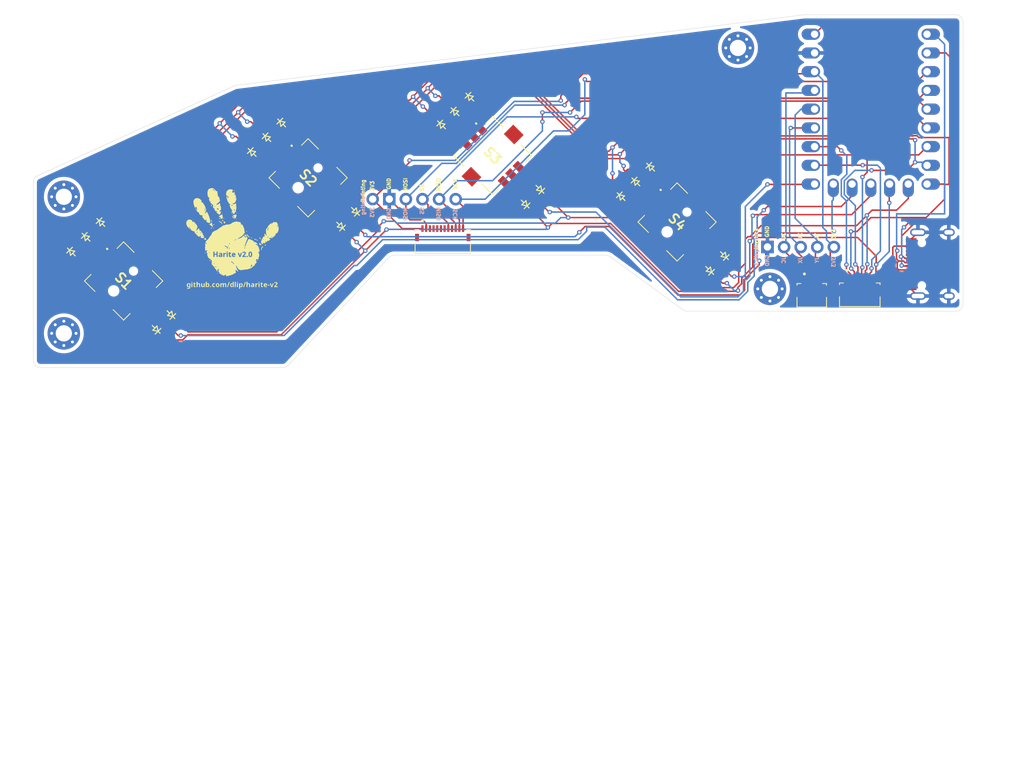
<source format=kicad_pcb>
(kicad_pcb (version 20240108) (generator "pcbnew") (generator_version "8.99")
  (layers (0 "F.Cu" signal) (31 "B.Cu" signal) (34 "B.Paste" user) (35 "F.Paste" user) (36 "B.SilkS" user "B.Silkscreen") (37 "F.SilkS" user "F.Silkscreen") (38 "B.Mask" user) (39 "F.Mask" user) (44 "Edge.Cuts" user))
  (net 0 "")
  (net 1 "Row 1")
  (net 2 "Net-(D1-A)")
  (net 3 "Net-(D2-A)")
  (net 4 "Row 2")
  (net 5 "Row 5")
  (net 6 "Net-(D3-A)")
  (net 7 "Row 4")
  (net 8 "Row 3")
  (net 9 "Net-(D7-A)")
  (net 10 "Net-(D8-A)")
  (net 11 "Net-(D11-A)")
  (net 12 "Net-(D12-A)")
  (net 13 "Net-(D13-A)")
  (net 14 "Net-(D17-A)")
  (net 15 "Net-(D18-A)")
  (net 17 "Col 1")
  (net 21 "Col 5")
  (net 22 "Col 3")
  (net 23 "Col 4")
  (net 24 "GP0")
  (net 25 "GP1")
  (net 26 "3V3")
  (net 27 "5V")
  (net 28 "Col 2")
  (net 29 "GND")
  (net 34 "JX")
  (net 35 "JY")
  (net 36 "JC")
  (net 37 "Col 6")
  (net 38 "MISO")
  (net 39 "MOSI")
  (net 40 "SCK")
  (net 41 "SS")
  (net 48 "Net-(D4-A)")
  (net 49 "Net-(D5-A)")
  (net 50 "Net-(D6-A)")
  (net 51 "Net-(D9-A)")
  (net 52 "Net-(D10-A)")
  (net 53 "Net-(D14-A)")
  (net 54 "Net-(D15-A)")
  (net 55 "Net-(D16-A)")
  (net 56 "Net-(D25-A)")
  (net 57 "Net-(D26-A)")
  (footprint "footprints:AMPHENOL_59453-051110ECHLF" (layer "F.Cu") (at 125 97.5)
    (property "Reference" "J2")
    (property "Value" "59453-051110ECHLF")
  )
  (footprint "ScottoKeebs_Components:Diode_SOD-123" (layer "F.Cu") (at 86.166726 85.666726 135)
    (property "Reference" "D15" (hide yes))
    (property "Value" "D")
  )
  (footprint "ScottoKeebs_Components:Diode_SOD-123" (layer "F.Cu") (at 61.166726 88.666726 135)
    (property "Reference" "D10" (hide yes))
    (property "Value" "D")
  )
  (footprint "ScottoKeebs_Components:Diode_SOD-123" (layer "F.Cu") (at 101.166726 82.666726 -45)
    (property "Reference" "D17" (hide yes))
    (property "Value" "D")
  )
  (footprint "footprints:SKRHADE010" (layer "F.Cu") (at 81.75 79.1 -45)
    (property "Reference" "S3")
    (property "Value" "SKRHADE010" (hide yes))
  )
  (footprint "ScottoKeebs_Components:Diode_SOD-123" (layer "F.Cu") (at 26.666726 90.166726 -45)
    (property "Reference" "D2" (hide yes))
    (property "Value" "D")
  )
  (footprint "ScottoKeebs_MCU:RP2040_Zero" (layer "F.Cu") (at 133 72.8)
    (property "Reference" "U1" (hide yes))
    (property "Value" "RP2040_Zero" (hide yes))
  )
  (footprint "ScottoKeebs_Components:Diode_SOD-123" (layer "F.Cu") (at 51.166726 76.666726 -45)
    (property "Reference" "D7" (hide yes))
    (property "Value" "D")
  )
  (footprint "ScottoKeebs_Components:Diode_SOD-123" (layer "F.Cu") (at 53.166726 74.666726 -45)
    (property "Reference" "D6" (hide yes))
    (property "Value" "D")
  )
  (footprint "ScottoKeebs_Components:Diode_SOD-123" (layer "F.Cu") (at 99.166726 84.666726 -45)
    (property "Reference" "D18" (hide yes))
    (property "Value" "D")
  )
  (footprint "ScottoKeebs_Components:Diode_SOD-123" (layer "F.Cu") (at 76.666726 73.166726 -45)
    (property "Reference" "D12" (hide yes))
    (property "Value" "D")
  )
  (footprint "ScottoKeebs_Components:Diode_SOD-123" (layer "F.Cu") (at 74.833274 74.933274 -45)
    (property "Reference" "D13" (hide yes))
    (property "Value" "D")
  )
  (footprint "footprints:AMPHENOL_59453-121110ECHLF" (layer "F.Cu") (at 75 90.2)
    (property "Reference" "J1")
    (property "Value" "59453-121110ECHLF")
  )
  (footprint "footprints:AMPHENOL_59453-081110EDHLF" (layer "F.Cu") (at 131.51 97.825)
    (property "Reference" "J5")
    (property "Value" "59453-081110EDHLF")
  )
  (footprint "ScottoKeebs_Components:Diode_SOD-123" (layer "F.Cu") (at 24.666726 92.166726 -45)
    (property "Reference" "D3" (hide yes))
    (property "Value" "D")
  )
  (footprint "ScottoKeebs_Components:Diode_SOD-123" (layer "F.Cu") (at 103.166726 80.666726 -45)
    (property "Reference" "D16" (hide yes))
    (property "Value" "D")
  )
  (footprint "ScottoKeebs_Components:Diode_SOD-123" (layer "F.Cu") (at 111.166726 94.666726 135)
    (property "Reference" "D26" (hide yes))
    (property "Value" "D")
  )
  (footprint "ScottoKeebs_Components:Diode_SOD-123" (layer "F.Cu") (at 28.666726 88.166726 -45)
    (property "Reference" "D1" (hide yes))
    (property "Value" "D")
  )
  (footprint "footprints:HRO-TYPE-C-31-M-12" (layer "F.Cu") (at 146.169314 93.82 90)
    (property "Reference" "USB1" (hide yes))
    (property "Value" "HRO-TYPE-C-31-M-12")
  )
  (footprint "footprints:logo-left" (layer "F.Cu") (at 46.5 90.5)
    (property "Reference" "G***" (hide yes))
    (property "Value" "LOGO" (hide yes))
  )
  (footprint "ScottoKeebs_Components:Diode_SOD-123" (layer "F.Cu") (at 63.166726 86.666726 135)
    (property "Reference" "D9" (hide yes))
    (property "Value" "D")
  )
  (footprint "footprints:MountingHole_2.2mm_M2_Pad_Via" (layer "F.Cu") (at 23.65 103.2)
    (property "Reference" "H1")
    (property "Value" "Mounting_Hole")
  )
  (footprint "footprints:MountingHole_2.2mm_M2_Pad_Via" (layer "F.Cu") (at 119.333274 97.166726)
    (property "Reference" "H3")
    (property "Value" "Mounting_Hole")
  )
  (footprint "ScottoKeebs_Components:Diode_SOD-123" (layer "F.Cu") (at 49.166726 78.666726 -45)
    (property "Reference" "D8" (hide yes))
    (property "Value" "D")
  )
  (footprint "ScottoKeebs_Components:Diode_SOD-123" (layer "F.Cu") (at 36.166726 102.666726 135)
    (property "Reference" "D5" (hide yes))
    (property "Value" "D")
  )
  (footprint "ScottoKeebs_Components:Diode_SOD-123" (layer "F.Cu") (at 38.166726 100.666726 135)
    (property "Reference" "D4" (hide yes))
    (property "Value" "D")
  )
  (footprint "footprints:MountingHole_2.2mm_M2_Pad_Via" (layer "F.Cu") (at 23.65 84.683274)
    (property "Reference" "H4")
    (property "Value" "Mounting_Hole")
  )
  (footprint "ScottoKeebs_Components:Diode_SOD-123" (layer "F.Cu") (at 78.666726 71.166726 -45)
    (property "Reference" "D11" (hide yes))
    (property "Value" "D")
  )
  (footprint "footprints:Pointing-connector" (layer "F.Cu") (at 71.5 85 90)
    (property "Reference" "J3" (hide yes))
    (property "Value" "Conn_01x06_Pin")
  )
  (footprint "footprints:SKRHADE010" (layer "F.Cu") (at 56.75 82.11 -45)
    (property "Reference" "S2")
    (property "Value" "SKRHADE010" (hide yes))
  )
  (footprint "ScottoKeebs_Components:Diode_SOD-123" (layer "F.Cu") (at 113.166726 92.666726 135)
    (property "Reference" "D25" (hide yes))
    (property "Value" "D")
  )
  (footprint "ScottoKeebs_Components:Diode_SOD-123" (layer "F.Cu") (at 88.166726 83.666726 135)
    (property "Reference" "D14" (hide yes))
    (property "Value" "D")
  )
  (footprint "footprints:MountingHole_2.2mm_M2_Pad_Via" (layer "F.Cu") (at 115 64.5)
    (property "Reference" "H2")
    (property "Value" "Mounting_Hole")
  )
  (footprint "footprints:SKRHADE010" (layer "F.Cu") (at 31.75 96.1 -45)
    (property "Reference" "S1")
    (property "Value" "SKRHADE010" (hide yes))
  )
  (footprint "footprints:Joystick-connector" (layer "F.Cu") (at 124.75 91.5 90)
    (property "Reference" "J4" (hide yes))
    (property "Value" "Conn_01x05_Pin")
  )
  (footprint "footprints:SKRHADE010" (layer "F.Cu") (at 106.75 88.1 -45)
    (property "Reference" "S4")
    (property "Value" "SKRHADE010" (hide yes))
  )
  (gr_line (start 68.434205 92.6) (end 97.094554 92.6) (stroke (width 0.05)) (layer "Edge.Cuts"))
  (gr_arc (start 46.750327 69.64463) (mid 46.896349 69.591185) (end 47.048891 69.561023) (stroke (width 0.05)) (layer "Edge.Cuts"))
  (gr_line (start 46.750327 69.64463) (end 20.083058 81.832542) (stroke (width 0.05)) (layer "Edge.Cuts"))
  (gr_arc (start 54.046452 107.532745) (mid 53.714076 107.767262) (end 53.315795 107.85) (stroke (width 0.05)) (layer "Edge.Cuts"))
  (gr_arc (start 67.703548 92.917255) (mid 68.035924 92.682738) (end 68.434205 92.6) (stroke (width 0.05)) (layer "Edge.Cuts"))
  (gr_arc (start 144.5 60) (mid 145.207107 60.292893) (end 145.5 61) (stroke (width 0.05)) (layer "Edge.Cuts"))
  (gr_line (start 145.5 99.2) (end 145.5 61.9) (stroke (width 0.05)) (layer "Edge.Cuts"))
  (gr_arc (start 145.5 99.2) (mid 145.207107 99.907107) (end 144.5 100.2) (stroke (width 0.05)) (layer "Edge.Cuts"))
  (gr_arc (start 108.126567 100.2) (mid 107.816134 100.150595) (end 107.536374 100.007262) (stroke (width 0.05)) (layer "Edge.Cuts"))
  (gr_line (start 19.5 82.741475) (end 19.5 106.85) (stroke (width 0.05)) (layer "Edge.Cuts"))
  (gr_arc (start 123.938586 60.007631) (mid 124.000118 60.00191) (end 124.061886 60) (stroke (width 0.05)) (layer "Edge.Cuts"))
  (gr_line (start 123.938586 60.007631) (end 47.048891 69.561023) (stroke (width 0.05)) (layer "Edge.Cuts"))
  (gr_line (start 54.046452 107.532745) (end 67.703548 92.917255) (stroke (width 0.05)) (layer "Edge.Cuts"))
  (gr_line (start 124.061886 60) (end 144.5 60) (stroke (width 0.05)) (layer "Edge.Cuts"))
  (gr_arc (start 20.5 107.85) (mid 19.792893 107.557107) (end 19.5 106.85) (stroke (width 0.05)) (layer "Edge.Cuts"))
  (gr_line (start 144.5 100.2) (end 108.126567 100.2) (stroke (width 0.05)) (layer "Edge.Cuts"))
  (gr_arc (start 19.5 82.741475) (mid 19.658302 82.201551) (end 20.083058 81.832542) (stroke (width 0.05)) (layer "Edge.Cuts"))
  (gr_line (start 20.5 107.85) (end 53.315795 107.85) (stroke (width 0.05)) (layer "Edge.Cuts"))
  (gr_arc (start 97.094554 92.6) (mid 97.47029 92.67327) (end 97.790965 92.882357) (stroke (width 0.05)) (layer "Edge.Cuts"))
  (gr_line (start 145.5 61.9) (end 145.5 61) (stroke (width 0.05)) (layer "Edge.Cuts"))
  (gr_line (start 97.790965 92.882357) (end 107.536374 100.007262) (stroke (width 0.05)) (layer "Edge.Cuts"))
  (segment (start 102 79.5) (end 95.934314 79.5) (width 0.2) (layer "F.Cu") (net 1))
  (segment (start 77.5 70) (end 76.946328 69.446328) (width 0.2) (layer "F.Cu") (net 1))
  (segment (start 76.9 69.446328) (end 74.303672 69.446328) (width 0.2) (layer "F.Cu") (net 1))
  (segment (start 131.86 94.263063) (end 131.76 94.363063) (width 0.2) (layer "F.Cu") (net 1))
  (segment (start 76.9 69.05) (end 76.9 69.446328) (width 0.2) (layer "F.Cu") (net 1))
  (segment (start 71.35 72.4) (end 50.9 72.4) (width 0.2) (layer "F.Cu") (net 1))
  (segment (start 77.1 68.85) (end 76.9 69.05) (width 0.2) (layer "F.Cu") (net 1))
  (segment (start 85.284314 68.85) (end 77.1 68.85) (width 0.2) (layer "F.Cu") (net 1))
  (segment (start 139.5 79) (end 140.62 77.88) (width 0.2) (layer "F.Cu") (net 1))
  (segment (start 132.5 79) (end 139.5 79) (width 0.2) (layer "F.Cu") (net 1))
  (segment (start 131.868626 82) (end 132.5 81.368626) (width 0.2) (layer "F.Cu") (net 1))
  (segment (start 40.948529 80.4) (end 48.94853 72.4) (width 0.2) (layer "F.Cu") (net 1))
  (segment (start 95.934314 79.5) (end 85.284314 68.85) (width 0.2) (layer "F.Cu") (net 1))
  (segment (start 48.94853 72.4) (end 50.9 72.4) (width 0.2) (layer "F.Cu") (net 1))
  (segment (start 27.5 87) (end 27.5 86.505024) (width 0.2) (layer "F.Cu") (net 1))
  (segment (start 102 79.5) (end 102.5 79) (width 0.2) (layer "F.Cu") (net 1))
  (segment (start 131.76 94.363063) (end 131.76 95.975) (width 0.2) (layer "F.Cu") (net 1))
  (segment (start 33.605024 80.4) (end 40.948529 80.4) (width 0.2) (layer "F.Cu") (net 1))
  (segment (start 76.946328 69.446328) (end 76.9 69.446328) (width 0.2) (layer "F.Cu") (net 1))
  (segment (start 102.5 79) (end 132.5 79) (width 0.2) (layer "F.Cu") (net 1))
  (segment (start 50.9 72.4) (end 52 73.5) (width 0.2) (layer "F.Cu") (net 1))
  (segment (start 74.303672 69.446328) (end 71.35 72.4) (width 0.2) (layer "F.Cu") (net 1))
  (segment (start 132.5 81.368626) (end 132.5 79) (width 0.2) (layer "F.Cu") (net 1))
  (segment (start 27.5 86.505024) (end 33.605024 80.4) (width 0.2) (layer "F.Cu") (net 1))
  (via (at 131.868626 82) (size 0.6) (drill 0.3) (layers "F.Cu" "B.Cu") (net 1))
  (via (at 131.86 94.263063) (size 0.6) (drill 0.3) (layers "F.Cu" "B.Cu") (net 1))
  (segment (start 131.868626 94.254437) (end 131.868626 82) (width 0.2) (layer "B.Cu") (net 1))
  (segment (start 131.86 94.263063) (end 131.868626 94.254437) (width 0.2) (layer "B.Cu") (net 1))
  (segment (start 30.22972 89.72972) (end 29.833452 89.333452) (width 0.2) (layer "F.Cu") (net 2))
  (segment (start 30.22972 92.564466) (end 30.22972 89.72972) (width 0.2) (layer "F.Cu") (net 2))
  (segment (start 29.222093 92.722093) (end 27.833452 91.333452) (width 0.2) (layer "F.Cu") (net 3))
  (segment (start 29.222093 93.572093) (end 29.222093 92.722093) (width 0.2) (layer "F.Cu") (net 3))
  (segment (start 74.5 71) (end 75.5 72) (width 0.2) (layer "F.Cu") (net 4))
  (segment (start 47.275 73.225) (end 40.5 80) (width 0.2) (layer "F.Cu") (net 4))
  (segment (start 33.439338 80) (end 25.5 87.939338) (width 0.2) (layer "F.Cu") (net 4))
  (segment (start 74 71) (end 74.5 71) (width 0.2) (layer "F.Cu") (net 4))
  (segment (start 131.26 94.195096) (end 131.26 95.975) (width 0.2) (layer "F.Cu") (net 4))
  (segment (start 70.95 72) (end 48.5 72) (width 0.2) (layer "F.Cu") (net 4))
  (segment (start 99 78.9) (end 101.07 76.83) (width 0.2) (layer "F.Cu") (net 4))
  (segment (start 48.5 74.5) (end 49 74.5) (width 0.2) (layer "F.Cu") (net 4))
  (segment (start 137.900652 81.099348) (end 139 80) (width 0.2) (layer "F.Cu") (net 4))
  (segment (start 85.45 68.45) (end 96 79) (width 0.2) (layer "F.Cu") (net 4))
  (segment (start 49 74.5) (end 50 75.5) (width 0.2) (layer "F.Cu") (net 4))
  (segment (start 142.08 80.42) (end 140.62 80.42) (width 0.2) (layer "F.Cu") (net 4))
  (segment (start 130.907452 93.842548) (end 131.26 94.195096) (width 0.2) (layer "F.Cu") (net 4))
  (segment (start 72.950735 69.999265) (end 70.95 72) (width 0.2) (layer "F.Cu") (net 4))
  (segment (start 96 79) (end 98.9 79) (width 0.2) (layer "F.Cu") (net 4))
  (segment (start 133.1 81.099348) (end 137.900652 81.099348) (width 0.2) (layer "F.Cu") (net 4))
  (segment (start 98.9 79) (end 99 78.9) (width 0.2) (layer "F.Cu") (net 4))
  (segment (start 138.83 76.83) (end 139 77) (width 0.2) (layer "F.Cu") (net 4))
  (segment (start 72.950735 69.950735) (end 74.45147 68.45) (width 0.2) (layer "F.Cu") (net 4))
  (segment (start 48.5 72) (end 47.275 73.225) (width 0.2) (layer "F.Cu") (net 4))
  (segment (start 40.5 80) (end 33.439338 80) (width 0.2) (layer "F.Cu") (net 4))
  (segment (start 74.45147 68.45) (end 85.45 68.45) (width 0.2) (layer "F.Cu") (net 4))
  (segment (start 72.950735 69.950735) (end 72.950735 69.999265) (width 0.2) (layer "F.Cu") (net 4))
  (segment (start 99.5 81) (end 100 81.5) (width 0.2) (layer "F.Cu") (net 4))
  (segment (start 25.5 87.939338) (end 25.5 89) (width 0.2) (layer "F.Cu") (net 4))
  (segment (start 99.5 80.5) (end 99.5 81) (width 0.2) (layer "F.Cu") (net 4))
  (segment (start 101.07 76.83) (end 138.83 76.83) (width 0.2) (layer "F.Cu") (net 4))
  (via (at 72.950735 69.950735) (size 0.6) (drill 0.3) (layers "F.Cu" "B.Cu") (net 4))
  (via (at 99 78.9) (size 0.6) (drill 0.3) (layers "F.Cu" "B.Cu") (net 4))
  (via (at 47.275 73.225) (size 0.6) (drill 0.3) (layers "F.Cu" "B.Cu") (net 4))
  (via (at 48.5 74.5) (size 0.6) (drill 0.3) (layers "F.Cu" "B.Cu") (net 4))
  (via (at 130.907452 93.842548) (size 0.6) (drill 0.3) (layers "F.Cu" "B.Cu") (net 4))
  (via (at 139 80) (size 0.6) (drill 0.3) (layers "F.Cu" "B.Cu") (net 4))
  (via (at 74 71) (size 0.6) (drill 0.3) (layers "F.Cu" "B.Cu") (net 4))
  (via (at 133.1 81.099348) (size 0.6) (drill 0.3) (layers "F.Cu" "B.Cu") (net 4))
  (via (at 139 77) (size 0.6) (drill 0.3) (layers "F.Cu" "B.Cu") (net 4))
  (via (at 99.5 80.5) (size 0.6) (drill 0.3) (layers "F.Cu" "B.Cu") (net 4))
  (segment (start 130.907452 93.842548) (end 130.907452 85.892376) (width 0.2) (layer "B.Cu") (net 4))
  (segment (start 99 80) (end 99.5 80.5) (width 0.2) (layer "B.Cu") (net 4))
  (segment (start 47.275 73.275) (end 48.5 74.5) (width 0.2) (layer "B.Cu") (net 4))
  (segment (start 72.950735 69.950735) (end 74 71) (width 0.2) (layer "B.Cu") (net 4))
  (segment (start 130.907452 85.892376) (end 129.41 84.394924) (width 0.2) (layer "B.Cu") (net 4))
  (segment (start 99 78.9) (end 99 80) (width 0.2) (layer "B.Cu") (net 4))
  (segment (start 130.835728 81.099348) (end 133.1 81.099348) (width 0.2) (layer "B.Cu") (net 4))
  (segment (start 129.41 84.394924) (end 129.41 82.525076) (width 0.2) (layer "B.Cu") (net 4))
  (segment (start 139 80) (end 140.2 80) (width 0.2) (layer "B.Cu") (net 4))
  (segment (start 139 77) (end 139 80) (width 0.2) (layer "B.Cu") (net 4))
  (segment (start 140.2 80) (end 140.62 80.42) (width 0.2) (layer "B.Cu") (net 4))
  (segment (start 47.275 73.225) (end 47.275 73.275) (width 0.2) (layer "B.Cu") (net 4))
  (segment (start 129.41 82.525076) (end 130.835728 81.099348) (width 0.2) (layer "B.Cu") (net 4))
  (segment (start 135.5 83) (end 135.54 82.96) (width 0.2) (layer "F.Cu") (net 5))
  (segment (start 39.748529 104.1) (end 40.448529 103.4) (width 0.2) (layer "F.Cu") (net 5))
  (segment (start 135.5 85.5) (end 135.5 83) (width 0.2) (layer "F.Cu") (net 5))
  (segment (start 37.333452 103.833452) (end 37.6 104.1) (width 0.2) (layer "F.Cu") (net 5))
  (segment (start 133.731032 92.731032) (end 131.2 90.2) (width 0.2) (layer "F.Cu") (net 5))
  (segment (start 89.25 88.85) (end 88.6 88.2) (width 0.2) (layer "F.Cu") (net 5))
  (segment (start 114.9 97.5) (end 115 97.4) (width 0.2) (layer "F.Cu") (net 5))
  (segment (start 117.2 90.937418) (end 117 91.137418) (width 0.2) (layer "F.Cu") (net 5))
  (segment (start 88.6 88.1) (end 87.333452 86.833452) (width 0.2) (layer "F.Cu") (net 5))
  (segment (start 131.2 90.2) (end 117.654575 90.2) (width 0.2) (layer "F.Cu") (net 5))
  (segment (start 133.7 95.25) (end 133.26 95.69) (width 0.2) (layer "F.Cu") (net 5))
  (segment (start 89.8 88.3) (end 97.734315 88.3) (width 0.2) (layer "F.Cu") (net 5))
  (segment (start 133.731032 93.873919) (end 133.7 93.904951) (width 0.2) (layer "F.Cu") (net 5))
  (segment (start 115.5 96.465685) (end 115 96.965686) (width 0.2) (layer "F.Cu") (net 5))
  (segment (start 67.375 89.125) (end 64.5 92) (width 0.2) (layer "F.Cu") (net 5))
  (segment (start 117.654575 90.2) (end 117.2 90.654575) (width 0.2) (layer "F.Cu") (net 5))
  (segment (start 89.25 88.85) (end 89.8 88.3) (width 0.2) (layer "F.Cu") (net 5))
  (segment (start 63.325735 90.825735) (end 62.333452 89.833452) (width 0.2) (layer "F.Cu") (net 5))
  (segment (start 117.2 90.654575) (end 117.2 90.937418) (width 0.2) (layer "F.Cu") (net 5))
  (segment (start 106.934314 97.5) (end 114.9 97.5) (width 0.2) (layer "F.Cu") (net 5))
  (segment (start 112.9 96.4) (end 112.333452 95.833452) (width 0.2) (layer "F.Cu") (net 5))
  (segment (start 40.448529 103.4) (end 53.1 103.4) (width 0.2) (layer "F.Cu") (net 5))
  (segment (start 117 94.215967) (end 115.5 95.715967) (width 0.2) (layer "F.Cu") (net 5))
  (segment (start 117 91.137418) (end 117 94.215967) (width 0.2) (layer "F.Cu") (net 5))
  (segment (start 133.26 95.69) (end 133.26 95.975) (width 0.2) (layer "F.Cu") (net 5))
  (segment (start 88.6 88.2) (end 88.6 88.1) (width 0.2) (layer "F.Cu") (net 5))
  (segment (start 133.7 93.904951) (end 133.7 95.25) (width 0.2) (layer "F.Cu") (net 5))
  (segment (start 113.5 96.4) (end 112.9 96.4) (width 0.2) (layer "F.Cu") (net 5))
  (segment (start 97.734315 88.3) (end 106.934314 97.5) (width 0.2) (layer "F.Cu") (net 5))
  (segment (start 133.731032 93.873919) (end 133.731032 92.731032) (width 0.2) (layer "F.Cu") (net 5))
  (segment (start 53.1 103.4) (end 64.5 92) (width 0.2) (layer "F.Cu") (net 5))
  (segment (start 115 96.965686) (end 115 97.4) (width 0.2) (layer "F.Cu") (net 5))
  (segment (start 37.6 104.1) (end 39.748529 104.1) (width 0.2) (layer "F.Cu") (net 5))
  (segment (start 115.5 95.715967) (end 115.5 96.465685) (width 0.2) (layer "F.Cu") (net 5))
  (via (at 67.375 89.125) (size 0.6) (drill 0.3) (layers "F.Cu" "B.Cu") (net 5))
  (via (at 89.25 88.85) (size 0.6) (drill 0.3) (layers "F.Cu" "B.Cu") (net 5))
  (via (at 133.731032 93.873919) (size 0.6) (drill 0.3) (layers "F.Cu" "B.Cu") (net 5))
  (via (at 113.5 96.4) (size 0.6) (drill 0.3) (layers "F.Cu" "B.Cu") (net 5))
  (via (at 63.325735 90.825735) (size 0.6) (drill 0.3) (layers "F.Cu" "B.Cu") (net 5))
  (via (at 64.5 92) (size 0.6) (drill 0.3) (layers "F.Cu" "B.Cu") (net 5))
  (via (at 135.5 85.5) (size 0.6) (drill 0.3) (layers "F.Cu" "B.Cu") (net 5))
  (via (at 115 97.4) (size 0.6) (drill 0.3) (layers "F.Cu" "B.Cu") (net 5))
  (segment (start 114.5 97.4) (end 113.5 96.4) (width 0.2) (layer "B.Cu") (net 5))
  (segment (start 89 89.1) (end 89.25 88.85) (width 0.2) (layer "B.Cu") (net 5))
  (segment (start 67.4 89.1) (end 89 89.1) (width 0.2) (layer "B.Cu") (net 5))
  (segment (start 67.375 89.125) (end 67.4 89.1) (width 0.2) (layer "B.Cu") (net 5))
  (segment (start 135.5 92.104951) (end 135.5 85.5) (width 0.2) (layer "B.Cu") (net 5))
  (segment (start 115 97.4) (end 114.5 97.4) (width 0.2) (layer "B.Cu") (net 5))
  (segment (start 133.731032 93.873919) (end 135.5 92.104951) (width 0.2) (layer "B.Cu") (net 5))
  (segment (start 64.5 92) (end 63.325735 90.825735) (width 0.2) (layer "B.Cu") (net 5))
  (segment (start 27.07972 94.57972) (end 25.833452 93.333452) (width 0.2) (layer "F.Cu") (net 6))
  (segment (start 28.214466 94.57972) (end 27.07972 94.57972) (width 0.2) (layer "F.Cu") (net 6))
  (segment (start 133.167156 86.5) (end 136.5 86.5) (width 0.2) (layer "F.Cu") (net 7))
  (segment (start 132.46 94.511592) (end 132.26 94.711592) (width 0.2) (layer "F.Cu") (net 7))
  (segment (start 40.5 103) (end 52.5 103) (width 0.2) (layer "F.Cu") (net 7))
  (segment (start 132.531032 93.827493) (end 132.46 93.898525) (width 0.2) (layer "F.Cu") (net 7))
  (segment (start 92 87.5) (end 97.5 87.5) (width 0.2) (layer "F.Cu") (net 7))
  (segment (start 132.46 93.898525) (end 132.46 94.511592) (width 0.2) (layer "F.Cu") (net 7))
  (segment (start 107 97) (end 114.4 97) (width 0.2) (layer "F.Cu") (net 7))
  (segment (start 136.5 86.5) (end 138.08 84.92) (width 0.2) (layer "F.Cu") (net 7))
  (segment (start 97.5 87.5) (end 107 97) (width 0.2) (layer "F.Cu") (net 7))
  (segment (start 66 89.5) (end 66 89) (width 0.2) (layer "F.Cu") (net 7))
  (segment (start 116 90.44036) (end 116 93.7) (width 0.2) (layer "F.Cu") (net 7))
  (segment (start 89.333452 84.833452) (end 92 87.5) (width 0.2) (layer "F.Cu") (net 7))
  (segment (start 131.067156 88.6) (end 118.123203 88.6) (width 0.2) (layer "F.Cu") (net 7))
  (segment (start 132.467766 87.19939) (end 131.067156 88.6) (width 0.2) (layer "F.Cu") (net 7))
  (segment (start 116 93.7) (end 115.1 94.6) (width 0.2) (layer "F.Cu") (net 7))
  (segment (start 115.1 96.3) (end 115.1 94.6) (width 0.2) (layer "F.Cu") (net 7))
  (segment (start 115.1 94.6) (end 114.333452 93.833452) (width 0.2) (layer "F.Cu") (net 7))
  (segment (start 52.5 103) (end 66 89.5) (width 0.2) (layer "F.Cu") (net 7))
  (segment (start 116.351471 90.088889) (end 116 90.44036) (width 0.2) (layer "F.Cu") (net 7))
  (segment (start 132.467766 87.19939) (end 133.167156 86.5) (width 0.2) (layer "F.Cu") (net 7))
  (segment (start 65.5 89) (end 64.333452 87.833452) (width 0.2) (layer "F.Cu") (net 7))
  (segment (start 66 89) (end 67 88) (width 0.2) (layer "F.Cu") (net 7))
  (segment (start 138.08 84.92) (end 138.08 82.96) (width 0.2) (layer "F.Cu") (net 7))
  (segment (start 114.4 97) (end 115.1 96.3) (width 0.2) (layer "F.Cu") (net 7))
  (segment (start 118.123203 88.6) (end 116.634314 90.088889) (width 0.2) (layer "F.Cu") (net 7))
  (segment (start 39.333452 101.833452) (end 40.5 103) (width 0.2) (layer "F.Cu") (net 7))
  (segment (start 116.634314 90.088889) (end 116.351471 90.088889) (width 0.2) (layer "F.Cu") (net 7))
  (segment (start 132.26 94.711592) (end 132.26 95.975) (width 0.2) (layer "F.Cu") (net 7))
  (segment (start 66 89) (end 65.5 89) (width 0.2) (layer "F.Cu") (net 7))
  (via (at 132.531032 93.827493) (size 0.6) (drill 0.3) (layers "F.Cu" "B.Cu") (net 7))
  (via (at 92 87.5) (size 0.6) (drill 0.3) (layers "F.Cu" "B.Cu") (net 7))
  (via (at 67 88) (size 0.6) (drill 0.3) (layers "F.Cu" "B.Cu") (net 7))
  (via (at 132.467766 87.19939) (size 0.6) (drill 0.3) (layers "F.Cu" "B.Cu") (net 7))
  (segment (start 132.5 87.231624) (end 132.5 93.796461) (width 0.2) (layer "B.Cu") (net 7))
  (segment (start 132.5 93.796461) (end 132.531032 93.827493) (width 0.2) (layer "B.Cu") (net 7))
  (segment (start 92 87.5) (end 91 87.5) (width 0.2) (layer "B.Cu") (net 7))
  (segment (start 91 87.5) (end 90.25 88.25) (width 0.2) (layer "B.Cu") (net 7))
  (segment (start 90.25 88.25) (end 68.75 88.25) (width 0.2) (layer "B.Cu") (net 7))
  (segment (start 68.5 88) (end 67 88) (width 0.2) (layer "B.Cu") (net 7))
  (segment (start 68.75 88.25) (end 68.5 88) (width 0.2) (layer "B.Cu") (net 7))
  (segment (start 132.467766 87.19939) (end 132.5 87.231624) (width 0.2) (layer "B.Cu") (net 7))
  (segment (start 74.002941 68.05) (end 85.615686 68.05) (width 0.2) (layer "F.Cu") (net 8))
  (segment (start 143 85) (end 143 83) (width 0.2) (layer "F.Cu") (net 8))
  (segment (start 85.615686 68.05) (end 96.065686 78.5) (width 0.2) (layer "F.Cu") (net 8))
  (segment (start 72.3 72.45) (end 72.35 72.45) (width 0.2) (layer "F.Cu") (net 8))
  (segment (start 130.76 94.82647) (end 130.76 95.975) (width 0.2) (layer "F.Cu") (net 8))
  (segment (start 46.5 76.5) (end 47 76.5) (width 0.2) (layer "F.Cu") (net 8))
  (segment (start 98 81.5) (end 98 83.5) (width 0.2) (layer "F.Cu") (net 8))
  (segment (start 139.248529 76.4) (end 139.498529 76.65) (width 0.2) (layer "F.Cu") (net 8))
  (segment (start 143.5 83) (end 143 83) (width 0.2) (layer "F.Cu") (net 8))
  (segment (start 131.124312 89.391374) (end 133.015686 87.5) (width 0.2) (layer "F.Cu") (net 8))
  (segment (start 72.35 72.45) (end 73.666548 73.766548) (width 0.2) (layer "F.Cu") (net 8))
  (segment (start 70.50147 71.6) (end 47.9 71.6) (width 0.2) (layer "F.Cu") (net 8))
  (segment (start 98 78) (end 99.57 76.43) (width 0.2) (layer "F.Cu") (net 8))
  (segment (start 143 83) (end 142.96 82.96) (width 0.2) (layer "F.Cu") (net 8))
  (segment (start 39.95 79.6) (end 33.273653 79.6) (width 0.2) (layer "F.Cu") (net 8))
  (segment (start 47.9 71.6) (end 44.775 74.725) (width 0.2) (layer "F.Cu") (net 8))
  (segment (start 130.341765 94.408235) (end 130.76 94.82647) (width 0.2) (layer "F.Cu") (net 8))
  (segment (start 44.775 74.775) (end 39.95 79.6) (width 0.2) (layer "F.Cu") (net 8))
  (segment (start 143.6 82.9) (end 143.5 83) (width 0.2) (layer "F.Cu") (net 8))
  (segment (start 70.975735 71.077206) (end 74.002941 68.05) (width 0.2) (layer "F.Cu") (net 8))
  (segment (start 97.5 78.5) (end 98 78) (width 0.2) (layer "F.Cu") (net 8))
  (segment (start 70.975735 71.125735) (end 70.50147 71.6) (width 0.2) (layer "F.Cu") (net 8))
  (segment (start 47 76.5) (end 48 77.5) (width 0.2) (layer "F.Cu") (net 8))
  (segment (start 143.6 76.65) (end 143.6 82.9) (width 0.2) (layer "F.Cu") (net 8))
  (segment (start 33.273653 79.6) (end 23.5 89.373652) (width 0.2) (layer "F.Cu") (net 8))
  (segment (start 96.065686 78.5) (end 97.5 78.5) (width 0.2) (layer "F.Cu") (net 8))
  (segment (start 70.975735 71.125735) (end 70.975735 71.077206) (width 0.2) (layer "F.Cu") (net 8))
  (segment (start 142.96 82.96) (end 140.62 82.96) (width 0.2) (layer "F.Cu") (net 8))
  (segment (start 133.015686 87.5) (end 140.5 87.5) (width 0.2) (layer "F.Cu") (net 8))
  (segment (start 23.5 89.373652) (end 23.5 91) (width 0.2) (layer "F.Cu") (net 8))
  (segment (start 138.751471 76.4) (end 139.248529 76.4) (width 0.2) (layer "F.Cu") (net 8))
  (segment (start 130.3 89.391374) (end 131.124312 89.391374) (width 0.2) (layer "F.Cu") (net 8))
  (segment (start 140.5 87.5) (end 143 85) (width 0.2) (layer "F.Cu") (net 8))
  (segment (start 44.775 74.725) (end 44.775 74.775) (width 0.2) (layer "F.Cu") (net 8))
  (segment (start 139.498529 76.65) (end 143.6 76.65) (width 0.2) (layer "F.Cu") (net 8))
  (segment (start 138.721471 76.43) (end 138.751471 76.4) (width 0.2) (layer "F.Cu") (net 8))
  (segment (start 99.57 76.43) (end 138.721471 76.43) (width 0.2) (layer "F.Cu") (net 8))
  (via (at 44.775 74.725) (size 0.6) (drill 0.3) (layers "F.Cu" "B.Cu") (net 8))
  (via (at 130.341765 94.408235) (size 0.6) (drill 0.3) (layers "F.Cu" "B.Cu") (net 8))
  (via (at 130.3 89.391374) (size 0.6) (drill 0.3) (layers "F.Cu" "B.Cu") (net 8))
  (via (at 46.5 76.5) (size 0.6) (drill 0.3) (layers "F.Cu" "B.Cu") (net 8))
  (via (at 98 81.5) (size 0.6) (drill 0.3) (layers "F.Cu" "B.Cu") (net 8))
  (via (at 70.975735 71.125735) (size 0.6) (drill 0.3) (layers "F.Cu" "B.Cu") (net 8))
  (via (at 72.3 72.45) (size 0.6) (drill 0.3) (layers "F.Cu" "B.Cu") (net 8))
  (via (at 98 78) (size 0.6) (drill 0.3) (layers "F.Cu" "B.Cu") (net 8))
  (segment (start 70.975735 71.125735) (end 72.3 72.45) (width 0.2) (layer "B.Cu") (net 8))
  (segment (start 130.3 89.391374) (end 130.3 94.36647) (width 0.2) (layer "B.Cu") (net 8))
  (segment (start 44.775 74.775) (end 46.5 76.5) (width 0.2) (layer "B.Cu") (net 8))
  (segment (start 130.3 94.36647) (end 130.341765 94.408235) (width 0.2) (layer "B.Cu") (net 8))
  (segment (start 98 78) (end 98 81.5) (width 0.2) (layer "B.Cu") (net 8))
  (segment (start 44.775 74.725) (end 44.775 74.775) (width 0.2) (layer "B.Cu") (net 8))
  (segment (start 52.473452 77.833452) (end 52.333452 77.833452) (width 0.2) (layer "F.Cu") (net 9))
  (segment (start 54.222093 79.582093) (end 52.473452 77.833452) (width 0.2) (layer "F.Cu") (net 9))
  (segment (start 53.214466 80.58972) (end 51.08972 80.58972) (width 0.2) (layer "F.Cu") (net 10))
  (segment (start 51.08972 80.58972) (end 50.333452 79.833452) (width 0.2) (layer "F.Cu") (net 10))
  (segment (start 80.22972 75.564466) (end 80.22972 72.72972) (width 0.2) (layer "F.Cu") (net 11))
  (segment (start 80.22972 72.72972) (end 79.833452 72.333452) (width 0.2) (layer "F.Cu") (net 11))
  (segment (start 79.222093 75.722093) (end 77.833452 74.333452) (width 0.2) (layer "F.Cu") (net 12))
  (segment (start 79.222093 76.572093) (end 79.222093 75.722093) (width 0.2) (layer "F.Cu") (net 12))
  (segment (start 78.214466 77.57972) (end 77.47972 77.57972) (width 0.2) (layer "F.Cu") (net 13))
  (segment (start 77.47972 77.57972) (end 76 76.1) (width 0.2) (layer "F.Cu") (net 13))
  (segment (start 104.222093 85.572093) (end 102.483452 83.833452) (width 0.2) (layer "F.Cu") (net 14))
  (segment (start 102.483452 83.833452) (end 102.333452 83.833452) (width 0.2) (layer "F.Cu") (net 14))
  (segment (start 101.07972 86.57972) (end 100.333452 85.833452) (width 0.2) (layer "F.Cu") (net 15))
  (segment (start 103.214466 86.57972) (end 101.07972 86.57972) (width 0.2) (layer "F.Cu") (net 15))
  (segment (start 133 84.5) (end 133 82.96) (width 0.2) (layer "F.Cu") (net 17))
  (segment (start 39.15 103.5) (end 39.5 103.5) (width 0.2) (layer "F.Cu") (net 17))
  (segment (start 117.172393 87.1) (end 130.4 87.1) (width 0.2) (layer "F.Cu") (net 17))
  (segment (start 117.017914 87.254479) (end 117.172393 87.1) (width 0.2) (layer "F.Cu") (net 17))
  (segment (start 34.277907 98.627907) (end 39.15 103.5) (width 0.2) (layer "F.Cu") (net 17))
  (segment (start 130.4 87.1) (end 133 84.5) (width 0.2) (layer "F.Cu") (net 17))
  (via (at 39.5 103.5) (size 0.6) (drill 0.3) (layers "F.Cu" "B.Cu") (net 17))
  (via (at 117.017914 87.254479) (size 0.6) (drill 0.3) (layers "F.Cu" "B.Cu") (net 17))
  (segment (start 66.85 90.5) (end 63.35 94) (width 0.2) (layer "B.Cu") (net 17))
  (segment (start 53.5 103.5) (end 39.5 103.5) (width 0.2) (layer "B.Cu") (net 17))
  (segment (start 116.331371 97.482844) (end 115.164215 98.65) (width 0.2) (layer "B.Cu") (net 17))
  (segment (start 117.2 90.44036) (end 117.2 95.43137) (width 0.2) (layer "B.Cu") (net 17))
  (segment (start 117.2 95.43137) (end 116.331371 96.3) (width 0.2) (layer "B.Cu") (net 17))
  (segment (start 115.164215 98.65) (end 106.8148 98.65) (width 0.2) (layer "B.Cu") (net 17))
  (segment (start 117.017914 87.254479) (end 116.9 87.372393) (width 0.2) (layer "B.Cu") (net 17))
  (segment (start 94.5 89.348529) (end 93.348529 90.5) (width 0.2) (layer "B.Cu") (net 17))
  (segment (start 93.348529 90.5) (end 66.85 90.5) (width 0.2) (layer "B.Cu") (net 17))
  (segment (start 106.8148 98.65) (end 96.961856 88.797056) (width 0.2) (layer "B.Cu") (net 17))
  (segment (start 94.5 88.797056) (end 94.5 89.348529) (width 0.2) (layer "B.Cu") (net 17))
  (segment (start 63.35 94) (end 63 94) (width 0.2) (layer "B.Cu") (net 17))
  (segment (start 116.331371 96.3) (end 116.331371 97.482844) (width 0.2) (layer "B.Cu") (net 17))
  (segment (start 96.961856 88.797056) (end 94.5 88.797056) (width 0.2) (layer "B.Cu") (net 17))
  (segment (start 116.9 90.14036) (end 117.2 90.44036) (width 0.2) (layer "B.Cu") (net 17))
  (segment (start 63 94) (end 53.5 103.5) (width 0.2) (layer "B.Cu") (net 17))
  (segment (start 116.9 87.372393) (end 116.9 90.14036) (width 0.2) (layer "B.Cu") (net 17))
  (segment (start 133.097637 94.852363) (end 132.76 95.19) (width 0.2) (layer "F.Cu") (net 21))
  (segment (start 131.9 80.4) (end 125.4 80.4) (width 0.2) (layer "F.Cu") (net 21))
  (segment (start 125.4 80.4) (end 125.38 80.42) (width 0.2) (layer "F.Cu") (net 21))
  (segment (start 133.097637 94.392262) (end 133.097637 94.852363) (width 0.2) (layer "F.Cu") (net 21))
  (segment (start 132.76 95.19) (end 132.76 95.975) (width 0.2) (layer "F.Cu") (net 21))
  (via (at 133.097637 94.392262) (size 0.6) (drill 0.3) (layers "F.Cu" "B.Cu") (net 21))
  (via (at 131.9 80.4) (size 0.6) (drill 0.3) (layers "F.Cu" "B.Cu") (net 21))
  (segment (start 125.46 80.5) (end 125.38 80.42) (width 0.2) (layer "B.Cu") (net 21))
  (segment (start 133.9 80.4) (end 131.9 80.4) (width 0.2) (layer "B.Cu") (net 21))
  (segment (start 133.097637 94.109417) (end 133.131032 94.076022) (width 0.2) (layer "B.Cu") (net 21))
  (segment (start 133.131032 94.076022) (end 133.131032 93.218968) (width 0.2) (layer "B.Cu") (net 21))
  (segment (start 134.3 80.8) (end 133.9 80.4) (width 0.2) (layer "B.Cu") (net 21))
  (segment (start 133.131032 93.218968) (end 134.3 92.05) (width 0.2) (layer "B.Cu") (net 21))
  (segment (start 134.3 92.05) (end 134.3 80.8) (width 0.2) (layer "B.Cu") (net 21))
  (segment (start 133.097637 94.392262) (end 133.097637 94.109417) (width 0.2) (layer "B.Cu") (net 21))
  (segment (start 131.95 80.45) (end 131.9 80.4) (width 0.2) (layer "B.Cu") (net 21))
  (segment (start 128 89.35) (end 127.75 89.6) (width 0.2) (layer "F.Cu") (net 22))
  (segment (start 89.4 86.75) (end 84.277907 81.627907) (width 0.2) (layer "F.Cu") (net 22))
  (segment (start 89.5 86.75) (end 89.4 86.75) (width 0.2) (layer "F.Cu") (net 22))
  (segment (start 117.688889 89.6) (end 116.6 90.688889) (width 0.2) (layer "F.Cu") (net 22))
  (segment (start 127.75 89.6) (end 117.688889 89.6) (width 0.2) (layer "F.Cu") (net 22))
  (via (at 128 89.35) (size 0.6) (drill 0.3) (layers "F.Cu" "B.Cu") (net 22))
  (via (at 89.5 86.75) (size 0.6) (drill 0.3) (layers "F.Cu" "B.Cu") (net 22))
  (via (at 116.6 90.688889) (size 0.6) (drill 0.3) (layers "F.Cu" "B.Cu") (net 22))
  (segment (start 127.75 89.1) (end 127.75 85.25) (width 0.2) (layer "B.Cu") (net 22))
  (segment (start 115.75 97.498529) (end 115.75 95.9) (width 0.2) (layer "B.Cu") (net 22))
  (segment (start 116.165685 95.9) (end 116.6 95.465685) (width 0.2) (layer "B.Cu") (net 22))
  (segment (start 114.998529 98.25) (end 115.75 97.498529) (width 0.2) (layer "B.Cu") (net 22))
  (segment (start 116.6 95.465685) (end 116.6 90.688889) (width 0.2) (layer "B.Cu") (net 22))
  (segment (start 89.5 86.75) (end 95.75 86.75) (width 0.2) (layer "B.Cu") (net 22))
  (segment (start 127.75 85.25) (end 127.92 85.08) (width 0.2) (layer "B.Cu") (net 22))
  (segment (start 128 89.35) (end 127.75 89.1) (width 0.2) (layer "B.Cu") (net 22))
  (segment (start 107.25 98.25) (end 114.998529 98.25) (width 0.2) (layer "B.Cu") (net 22))
  (segment (start 127.92 85.08) (end 127.92 82.96) (width 0.2) (layer "B.Cu") (net 22))
  (segment (start 95.75 86.75) (end 107.25 98.25) (width 0.2) (layer "B.Cu") (net 22))
  (segment (start 115.75 95.9) (end 116.165685 95.9) (width 0.2) (layer "B.Cu") (net 22))
  (segment (start 114.15 95.5) (end 114.5 95.5) (width 0.2) (layer "F.Cu") (net 23))
  (segment (start 125.34 83) (end 125.38 82.96) (width 0.2) (layer "F.Cu") (net 23))
  (segment (start 119 83) (end 125.34 83) (width 0.2) (layer "F.Cu") (net 23))
  (segment (start 109.277907 90.627907) (end 114.15 95.5) (width 0.2) (layer "F.Cu") (net 23))
  (via (at 119 83) (size 0.6) (drill 0.3) (layers "F.Cu" "B.Cu") (net 23))
  (via (at 114.5 95.5) (size 0.6) (drill 0.3) (layers "F.Cu" "B.Cu") (net 23))
  (segment (start 114.5 95.5) (end 116 95.5) (width 0.2) (layer "B.Cu") (net 23))
  (segment (start 116 86) (end 119 83) (width 0.2) (layer "B.Cu") (net 23))
  (segment (start 116 95.5) (end 116 86) (width 0.2) (layer "B.Cu") (net 23))
  (segment (start 137.432843 93.4) (end 136.784314 93.4) (width 0.2) (layer "F.Cu") (net 24))
  (segment (start 138.444314 94.6) (end 138.474314 94.57) (width 0.2) (layer "F.Cu") (net 24))
  (segment (start 138.474314 93.57) (end 138.524314 93.62) (width 0.2) (layer "F.Cu") (net 24))
  (segment (start 136.784314 94.6) (end 138.444314 94.6) (width 0.2) (layer "F.Cu") (net 24))
  (segment (start 136.584314 94.4) (end 136.784314 94.6) (width 0.2) (layer "F.Cu") (net 24))
  (segment (start 136.784314 93.4) (end 136.584314 93.6) (width 0.2) (layer "F.Cu") (net 24))
  (segment (start 136.485462 92.098849) (end 136.584311 92) (width 0.2) (layer "F.Cu") (net 24))
  (segment (start 136.485462 93.101148) (end 136.485462 92.098849) (width 0.2) (layer "F.Cu") (net 24))
  (segment (start 136.584314 93.6) (end 136.584314 94.4) (width 0.2) (layer "F.Cu") (net 24))
  (segment (start 136.784314 93.4) (end 136.485462 93.101148) (width 0.2) (layer "F.Cu") (net 24))
  (segment (start 138.524314 93.62) (end 137.652843 93.62) (width 0.2) (layer "F.Cu") (net 24))
  (segment (start 137.652843 93.62) (end 137.432843 93.4) (width 0.2) (layer "F.Cu") (net 24))
  (via (at 136.584311 92) (size 0.6) (drill 0.3) (layers "F.Cu" "B.Cu") (net 24))
  (segment (start 141.64 62.64) (end 140.62 62.64) (width 0.2) (layer "B.Cu") (net 24))
  (segment (start 143 87) (end 143 64) (width 0.2) (layer "B.Cu") (net 24))
  (segment (start 136.5 87) (end 143 87) (width 0.2) (layer "B.Cu") (net 24))
  (segment (start 136.384311 92) (end 136.5 91.884311) (width 0.2) (layer "B.Cu") (net 24))
  (segment (start 136.5 91.884311) (end 136.5 87) (width 0.2) (layer "B.Cu") (net 24))
  (segment (start 143 64) (end 141.64 62.64) (width 0.2) (layer "B.Cu") (net 24))
  (segment (start 143.18 65.18) (end 140.62 65.18) (width 0.2) (layer "F.Cu") (net 25))
  (segment (start 144 87) (end 144 66) (width 0.2) (layer "F.Cu") (net 25))
  (segment (start 138.474314 94.07) (end 137.254314 94.07) (width 0.2) (layer "F.Cu") (net 25))
  (segment (start 138.325735 88) (end 143 88) (width 0.2) (layer "F.Cu") (net 25))
  (segment (start 137.618529 93.02) (end 138.424314 93.02) (width 0.2) (layer "F.Cu") (net 25))
  (segment (start 143 88) (end 144 87) (width 0.2) (layer "F.Cu") (net 25))
  (segment (start 144 66) (end 143.18 65.18) (width 0.2) (layer "F.Cu") (net 25))
  (segment (start 138.424314 93.02) (end 138.474314 93.07) (width 0.2) (layer "F.Cu") (net 25))
  (segment (start 137.254314 94.07) (end 137.184314 94) (width 0.2) (layer "F.Cu") (net 25))
  (segment (start 137.5 88.825735) (end 138.325735 88) (width 0.2) (layer "F.Cu") (net 25))
  (segment (start 137.085462 92.8) (end 137.398529 92.8) (width 0.2) (layer "F.Cu") (net 25))
  (segment (start 137.398529 92.8) (end 137.618529 93.02) (width 0.2) (layer "F.Cu") (net 25))
  (via (at 137.184314 94) (size 0.6) (drill 0.3) (layers "F.Cu" "B.Cu") (net 25))
  (via (at 137.5 88.825735) (size 0.6) (drill 0.3) (layers "F.Cu" "B.Cu") (net 25))
  (via (at 137.085462 92.8) (size 0.6) (drill 0.3) (layers "F.Cu" "B.Cu") (net 25))
  (segment (start 137.184314 89.141421) (end 137.5 88.825735) (width 0.2) (layer "B.Cu") (net 25))
  (segment (start 137.184314 94) (end 137.184314 89.141421) (width 0.2) (layer "B.Cu") (net 25))
  (segment (start 126 96.3) (end 126 95.5) (width 0.2) (layer "F.Cu") (net 26))
  (segment (start 127.5 94) (end 127.5 91.5) (width 0.2) (layer "F.Cu") (net 26))
  (segment (start 70.5 79.75) (end 70.5 80) (width 0.2) (layer "F.Cu") (net 26))
  (segment (start 90.987851 71.012149) (end 94 68) (width 0.2) (layer "F.Cu") (net 26))
  (segment (start 69.5 89) (end 65.5 85) (width 0.2) (layer "F.Cu") (net 26))
  (segment (start 90.987851 71.635421) (end 90.987851 71.012149) (width 0.2) (layer "F.Cu") (net 26))
  (segment (start 120 68) (end 125.1 68) (width 0.2) (layer "F.Cu") (net 26))
  (segment (start 94 68) (end 120 68) (width 0.2) (layer "F.Cu") (net 26))
  (segment (start 125.1 68) (end 125.38 67.72) (width 0.2) (layer "F.Cu") (net 26))
  (segment (start 126 95.5) (end 127.5 94) (width 0.2) (layer "F.Cu") (net 26))
  (segment (start 72.25 89) (end 69.5 89) (width 0.2) (layer "F.Cu") (net 26))
  (segment (start 70.5 80) (end 65.5 85) (width 0.2) (layer "F.Cu") (net 26))
  (via (at 70.5 79.75) (size 0.6) (drill 0.3) (layers "F.Cu" "B.Cu") (net 26))
  (via (at 90.987851 71.635421) (size 0.6) (drill 0.3) (layers "F.Cu" "B.Cu") (net 26))
  (segment (start 126.5 88.851471) (end 126.5 68.84) (width 0.2) (layer "B.Cu") (net 26))
  (segment (start 128 91.5) (end 127.4 91.5) (width 0.2) (layer "B.Cu") (net 26))
  (segment (start 127 89.351471) (end 127 90.5) (width 0.2) (layer "B.Cu") (net 26))
  (segment (start 90.987851 71.635421) (end 90.873272 71.75) (width 0.2) (layer "B.Cu") (net 26))
  (segment (start 84.684314 71.75) (end 76.684314 79.75) (width 0.2) (layer "B.Cu") (net 26))
  (segment (start 127 89.351471) (end 126.5 88.851471) (width 0.2) (layer "B.Cu") (net 26))
  (segment (start 76.684314 79.75) (end 70.75 79.75) (width 0.2) (layer "B.Cu") (net 26))
  (segment (start 126.5 68.84) (end 125.38 67.72) (width 0.2) (layer "B.Cu") (net 26))
  (segment (start 90.873272 71.75) (end 84.684314 71.75) (width 0.2) (layer "B.Cu") (net 26))
  (segment (start 127 90.5) (end 128 91.5) (width 0.2) (layer "B.Cu") (net 26))
  (segment (start 70.75 79.75) (end 70.5 79.75) (width 0.2) (layer "B.Cu") (net 26))
  (segment (start 143.165686 88.4) (end 144.4 87.165685) (width 0.2) (layer "F.Cu") (net 27))
  (segment (start 135.984311 91.551471) (end 135.984311 95.234311) (width 0.2) (layer "F.Cu") (net 27))
  (segment (start 143.25 61.25) (end 126.77 61.25) (width 0.2) (layer "F.Cu") (net 27))
  (segment (start 144.4 87.165685) (end 144.4 62.4) (width 0.2) (layer "F.Cu") (net 27))
  (segment (start 138.784314 88.4) (end 143.165686 88.4) (width 0.2) (layer "F.Cu") (net 27))
  (segment (start 126.77 61.25) (end 125.38 62.64) (width 0.2) (layer "F.Cu") (net 27))
  (segment (start 137.02 96.27) (end 138.474314 96.27) (width 0.2) (layer "F.Cu") (net 27))
  (segment (start 137.184314 91.37) (end 136.165782 91.37) (width 0.2) (layer "F.Cu") (net 27))
  (segment (start 144.4 62.4) (end 143.25 61.25) (width 0.2) (layer "F.Cu") (net 27))
  (segment (start 138.474314 91.37) (end 137.184314 91.37) (width 0.2) (layer "F.Cu") (net 27))
  (segment (start 137.184314 91.37) (end 137.184314 90) (width 0.2) (layer "F.Cu") (net 27))
  (segment (start 135.984311 95.234311) (end 137.02 96.27) (width 0.2) (layer "F.Cu") (net 27))
  (segment (start 137.184314 90) (end 138.784314 88.4) (width 0.2) (layer "F.Cu") (net 27))
  (segment (start 136.165782 91.37) (end 135.984311 91.551471) (width 0.2) (layer "F.Cu") (net 27))
  (segment (start 94.3 88.7) (end 93.5 89.5) (width 0.2) (layer "F.Cu") (net 28))
  (segment (start 115.9 97.348529) (end 115.248529 98) (width 0.2) (layer "F.Cu") (net 28))
  (segment (start 106.868629 98) (end 97.568629 88.7) (width 0.2) (layer "F.Cu") (net 28))
  (segment (start 130.46 84.54) (end 130.46 82.96) (width 0.2) (layer "F.Cu") (net 28))
  (segment (start 128.4 86) (end 129 86) (width 0.2) (layer "F.Cu") (net 28))
  (segment (start 119 86) (end 128.4 86) (width 0.2) (layer "F.Cu") (net 28))
  (segment (start 64.49 89.85) (end 59.277907 84.637907) (width 0.2) (layer "F.Cu") (net 28))
  (segment (start 117.889479 93.892174) (end 115.9 95.881653) (width 0.2) (layer "F.Cu") (net 28))
  (segment (start 115.248529 98) (end 106.868629 98) (width 0.2) (layer "F.Cu") (net 28))
  (segment (start 64.5 89.85) (end 64.49 89.85) (width 0.2) (layer "F.Cu") (net 28))
  (segment (start 129 86) (end 130.46 84.54) (width 0.2) (layer "F.Cu") (net 28))
  (segment (start 118.5 86.5) (end 119 86) (width 0.2) (layer "F.Cu") (net 28))
  (segment (start 97.568629 88.7) (end 94.3 88.7) (width 0.2) (layer "F.Cu") (net 28))
  (segment (start 115.9 95.881653) (end 115.9 97.348529) (width 0.2) (layer "F.Cu") (net 28))
  (segment (start 117.889479 93.360521) (end 117.889479 93.892174) (width 0.2) (layer "F.Cu") (net 28))
  (via (at 117.889479 93.360521) (size 0.6) (drill 0.3) (layers "F.Cu" "B.Cu") (net 28))
  (via (at 93.5 89.5) (size 0.6) (drill 0.3) (layers "F.Cu" "B.Cu") (net 28))
  (via (at 118.5 86.5) (size 0.6) (drill 0.3) (layers "F.Cu" "B.Cu") (net 28))
  (via (at 64.5 89.85) (size 0.6) (drill 0.3) (layers "F.Cu" "B.Cu") (net 28))
  (segment (start 64.75 90.1) (end 92.9 90.1) (width 0.2) (layer "B.Cu") (net 28))
  (segment (start 117.889479 93.360521) (end 117.6 93.071042) (width 0.2) (layer "B.Cu") (net 28))
  (segment (start 92.9 90.1) (end 93.5 89.5) (width 0.2) (layer "B.Cu") (net 28))
  (segment (start 117.6 93.071042) (end 117.6 87.4) (width 0.2) (layer "B.Cu") (net 28))
  (segment (start 117.6 87.4) (end 118.5 86.5) (width 0.2) (layer "B.Cu") (net 28))
  (segment (start 64.5 89.85) (end 64.75 90.1) (width 0.2) (layer "B.Cu") (net 28))
  (segment (start 118.75 92.5) (end 118.75 91.5) (width 0.2) (layer "F.Cu") (net 29))
  (segment (start 138.474314 90.415) (end 139.389314 89.5) (width 0.2) (layer "F.Cu") (net 29))
  (segment (start 138.474314 97.045) (end 138.474314 97.225) (width 0.2) (layer "F.Cu") (net 29))
  (segment (start 122.05 93.6) (end 119.85 93.6) (width 0.2) (layer "F.Cu") (net 29))
  (segment (start 138.474314 97.225) (end 139.389314 98.14) (width 0.2) (layer "F.Cu") (net 29))
  (segment (start 124 96.3) (end 124 95.55) (width 0.2) (layer "F.Cu") (net 29))
  (segment (start 72.75 89) (end 72.75 88.3) (width 0.2) (layer "F.Cu") (net 29))
  (segment (start 70.55 87.8) (end 67.75 85) (width 0.2) (layer "F.Cu") (net 29))
  (segment (start 138.474314 90.595) (end 138.474314 90.415) (width 0.2) (layer "F.Cu") (net 29))
  (segment (start 125.38 65.18) (end 125.2 65) (width 0.2) (layer "F.Cu") (net 29))
  (segment (start 72.25 87.8) (end 70.55 87.8) (width 0.2) (layer "F.Cu") (net 29))
  (segment (start 119.85 93.6) (end 118.75 92.5) (width 0.2) (layer "F.Cu") (net 29))
  (segment (start 72.75 88.3) (end 72.25 87.8) (width 0.2) (layer "F.Cu") (net 29))
  (segment (start 124 95.55) (end 122.05 93.6) (width 0.2) (layer "F.Cu") (net 29))
  (segment (start 122.15 75.35) (end 125.37 75.35) (width 0.2) (layer "F.Cu") (net 34))
  (segment (start 125 94.15) (end 123 92.15) (width 0.2) (layer "F.Cu") (net 34))
  (segment (start 125 96.3) (end 125 94.15) (width 0.2) (layer "F.Cu") (net 34))
  (segment (start 125.37 75.35) (end 125.38 75.34) (width 0.2) (layer "F.Cu") (net 34))
  (segment (start 123 92.15) (end 123 91.512) (width 0.2) (layer "F.Cu") (net 34))
  (via (at 122.15 75.35) (size 0.6) (drill 0.3) (layers "F.Cu" "B.Cu") (net 34))
  (segment (start 122.15 75.35) (end 122 75.5) (width 0.2) (layer "B.Cu") (net 34))
  (segment (start 122 90) (end 123.5 91.5) (width 0.2) (layer "B.Cu") (net 34))
  (segment (start 122 75.5) (end 122 90) (width 0.2) (layer "B.Cu") (net 34))
  (segment (start 125.5 91.762) (end 125.25 91.512) (width 0.2) (layer "F.Cu") (net 35))
  (segment (start 125.5 96.3) (end 125.5 91.762) (width 0.2) (layer "F.Cu") (net 35))
  (segment (start 125.75 91.5) (end 125.75 90.6) (width 0.2) (layer "B.Cu") (net 35))
  (segment (start 122.75 87.6) (end 122.75 73.6) (width 0.2) (layer "B.Cu") (net 35))
  (segment (start 125.75 90.6) (end 122.75 87.6) (width 0.2) (layer "B.Cu") (net 35))
  (segment (start 123.55 72.8) (end 125.38 72.8) (width 0.2) (layer "B.Cu") (net 35))
  (segment (start 122.75 73.6) (end 123.55 72.8) (width 0.2) (layer "B.Cu") (net 35))
  (segment (start 124.5 95.25) (end 120.75 91.5) (width 0.2) (layer "F.Cu") (net 36))
  (segment (start 124.5 96.3) (end 124.5 95.25) (width 0.2) (layer "F.Cu") (net 36))
  (segment (start 121.25 91.5) (end 121.5 91.25) (width 0.2) (layer "B.Cu") (net 36))
  (segment (start 121.5 91.25) (end 121.5 70.6) (width 0.2) (layer "B.Cu") (net 36))
  (segment (start 125.04 70.6) (end 125.38 70.26) (width 0.2) (layer "B.Cu") (net 36))
  (segment (start 121.5 70.6) (end 125.04 70.6) (width 0.2) (layer "B.Cu") (net 36))
  (segment (start 129.7 94.615) (end 130.26 95.175) (width 0.2) (layer "F.Cu") (net 37))
  (segment (start 130.26 95.175) (end 130.26 95.975) (width 0.2) (layer "F.Cu") (net 37))
  (segment (start 129 78.4) (end 128.48 77.88) (width 0.2) (layer "F.Cu") (net 37))
  (segment (start 128.48 77.88) (end 125.38 77.88) (width 0.2) (layer "F.Cu") (net 37))
  (segment (start 129.7 93.882056) (end 129.7 94.615) (width 0.2) (layer "F.Cu") (net 37))
  (via (at 129 78.4) (size 0.6) (drill 0.3) (layers "F.Cu" "B.Cu") (net 37))
  (via (at 129.7 93.882056) (size 0.6) (drill 0.3) (layers "F.Cu" "B.Cu") (net 37))
  (segment (start 129.7 85.25061) (end 129.01 84.56061) (width 0.2) (layer "B.Cu") (net 37))
  (segment (start 125.5 78) (end 125.38 77.88) (width 0.2) (layer "B.Cu") (net 37))
  (segment (start 129.75 79.15) (end 129 78.4) (width 0.2) (layer "B.Cu") (net 37))
  (segment (start 129.75 81.61939) (end 129.75 79.15) (width 0.2) (layer "B.Cu") (net 37))
  (segment (start 129.7 93.882056) (end 129.7 85.25061) (width 0.2) (layer "B.Cu") (net 37))
  (segment (start 129.01 84.56061) (end 129.01 82.35939) (width 0.2) (layer "B.Cu") (net 37))
  (segment (start 129.01 82.35939) (end 129.75 81.61939) (width 0.2) (layer "B.Cu") (net 37))
  (segment (start 93.79 71.71) (end 139.53 71.71) (width 0.2) (layer "F.Cu") (net 38))
  (segment (start 77.25 89) (end 77.25 87.762) (width 0.2) (layer "F.Cu") (net 38))
  (segment (start 77.25 87.762) (end 74.5 85.012) (width 0.2) (layer "F.Cu") (net 38))
  (segment (start 88.5 74.5) (end 88.5 73.25) (width 0.2) (layer "F.Cu") (net 38))
  (segment (start 92.25 73.25) (end 93.79 71.71) (width 0.2) (layer "F.Cu") (net 38))
  (segment (start 139.53 71.71) (end 140.62 72.8) (width 0.2) (layer "F.Cu") (net 38))
  (via (at 92.25 73.25) (size 0.6) (drill 0.3) (layers "F.Cu" "B.Cu") (net 38))
  (via (at 88.5 74.5) (size 0.6) (drill 0.3) (layers "F.Cu" "B.Cu") (net 38))
  (via (at 88.5 73.25) (size 0.6) (drill 0.3) (layers "F.Cu" "B.Cu") (net 38))
  (segment (start 92 73.25) (end 92.25 73.25) (width 0.2) (layer "B.Cu") (net 38))
  (segment (start 88.5 74.5) (end 88.5 75.75) (width 0.2) (layer "B.Cu") (net 38))
  (segment (start 77.012 82.5) (end 74.5 85.012) (width 0.2) (layer "B.Cu") (net 38))
  (segment (start 88.5 73.25) (end 92 73.25) (width 0.2) (layer "B.Cu") (net 38))
  (segment (start 88.5 75.75) (end 81.75 82.5) (width 0.2) (layer "B.Cu") (net 38))
  (segment (start 81.75 82.5) (end 77.012 82.5) (width 0.2) (layer "B.Cu") (net 38))
  (segment (start 71.65 87.4) (end 71.5 87.25) (width 0.2) (layer "F.Cu") (net 39))
  (segment (start 75.75 88.3) (end 74.85 87.4) (width 0.2) (layer "F.Cu") (net 39))
  (segment (start 139.57 71.31) (end 140.62 70.26) (width 0.2) (layer "F.Cu") (net 39))
  (segment (start 91.5 72.25) (end 91.5 72.12) (width 0.2) (layer "F.Cu") (net 39))
  (segment (start 71 87.25) (end 70 86.25) (width 0.2) (layer "F.Cu") (net 39))
  (segment (start 71.5 87.25) (end 71 87.25) (width 0.2) (layer "F.Cu") (net 39))
  (segment (start 70 86.25) (end 70 85) (width 0.2) (layer "F.Cu") (net 39))
  (segment (start 75.75 89) (end 75.75 88.3) (width 0.2) (layer "F.Cu") (net 39))
  (segment (start 92.31 71.31) (end 139.57 71.31) (width 0.2) (layer "F.Cu") (net 39))
  (segment (start 91.5 72.12) (end 92.31 71.31) (width 0.2) (layer "F.Cu") (net 39))
  (segment (start 74.85 87.4) (end 71.65 87.4) (width 0.2) (layer "F.Cu") (net 39))
  (via (at 91.5 72.25) (size 0.6) (drill 0.3) (layers "F.Cu" "B.Cu") (net 39))
  (segment (start 84.75 72.25) (end 91.5 72.25) (width 0.2) (layer "B.Cu") (net 39))
  (segment (start 74.85 80.15) (end 76.85 80.15) (width 0.2) (layer "B.Cu") (net 39))
  (segment (start 76.85 80.15) (end 84.75 72.25) (width 0.2) (layer "B.Cu") (net 39))
  (segment (start 70 85) (end 74.85 80.15) (width 0.2) (layer "B.Cu") (net 39))
  (segment (start 94.53 69.05) (end 139.29 69.05) (width 0.2) (layer "F.Cu") (net 40))
  (segment (start 77.75 86.012) (end 76.75 85.012) (width 0.2) (layer "F.Cu") (net 40))
  (segment (start 94.25 68.77) (end 94.53 69.05) (width 0.2) (layer "F.Cu") (net 40))
  (segment (start 139.29 69.05) (end 140.62 67.72) (width 0.2) (layer "F.Cu") (net 40))
  (segment (start 77.75 89) (end 77.75 86.012) (width 0.2) (layer "F.Cu") (net 40))
  (via (at 94.25 68.77) (size 0.6) (drill 0.3) (layers "F.Cu" "B.Cu") (net 40))
  (segment (start 94.25 73.548529) (end 94.25 68.77) (width 0.2) (layer "B.Cu") (net 40))
  (segment (start 92.048529 75.75) (end 94.25 73.548529) (width 0.2) (layer "B.Cu") (net 40))
  (segment (start 76.75 85.012) (end 80.738 85.012) (width 0.2) (layer "B.Cu") (net 40))
  (segment (start 80.738 85.012) (end 90 75.75) (width 0.2) (layer "B.Cu") (net 40))
  (segment (start 90 75.75) (end 92.048529 75.75) (width 0.2) (layer "B.Cu") (net 40))
  (segment (start 93.3 74.05) (end 139.33 74.05) (width 0.2) (layer "F.Cu") (net 41))
  (segment (start 75.45 87) (end 73.25 87) (width 0.2) (layer "F.Cu") (net 41))
  (segment (start 76.75 89) (end 76.75 88.3) (width 0.2) (layer "F.Cu") (net 41))
  (segment (start 139.33 74.05) (end 140.62 75.34) (width 0.2) (layer "F.Cu") (net 41))
  (segment (start 76.75 88.3) (end 75.45 87) (width 0.2) (layer "F.Cu") (net 41))
  (segment (start 73.25 87) (end 73 86.75) (width 0.2) (layer "F.Cu") (net 41))
  (segment (start 73 86.75) (end 73 85.762) (width 0.2) (layer "F.Cu") (net 41))
  (segment (start 93.1 73.85) (end 93.3 74.05) (width 0.2) (layer "F.Cu") (net 41))
  (segment (start 73 85.762) (end 72.25 85.012) (width 0.2) (layer "F.Cu") (net 41))
  (via (at 93.1 73.85) (size 0.6) (drill 0.3) (layers "F.Cu" "B.Cu") (net 41))
  (segment (start 72.25 85.012) (end 72.553685 85.012) (width 0.2) (layer "B.Cu") (net 41))
  (segment (start 83.715685 73.85) (end 93.1 73.85) (width 0.2) (layer "B.Cu") (net 41))
  (segment (start 72.553685 85.012) (end 83.715685 73.85) (width 0.2) (layer "B.Cu") (net 41))
  (segment (start 37 99.334746) (end 37 99.5) (width 0.2) (layer "F.Cu") (net 48))
  (segment (start 35.285534 97.62028) (end 37 99.334746) (width 0.2) (layer "F.Cu") (net 48))
  (segment (start 33.27028 99.635534) (end 35 101.365254) (width 0.2) (layer "F.Cu") (net 49))
  (segment (start 35 101.365254) (end 35 101.5) (width 0.2) (layer "F.Cu") (net 49))
  (segment (start 55.22972 76.72972) (end 54.333452 75.833452) (width 0.2) (layer "F.Cu") (net 50))
  (segment (start 55.22972 78.574466) (end 55.22972 76.72972) (width 0.2) (layer "F.Cu") (net 50))
  (segment (start 60.285534 83.785534) (end 60.285534 83.63028) (width 0.2) (layer "F.Cu") (net 51))
  (segment (start 62 85.5) (end 60.285534 83.785534) (width 0.2) (layer "F.Cu") (net 51))
  (segment (start 58.27028 85.77028) (end 58.27028 85.645534) (width 0.2) (layer "F.Cu") (net 52))
  (segment (start 60 87.5) (end 58.27028 85.77028) (width 0.2) (layer "F.Cu") (net 52))
  (segment (start 87 82.334746) (end 87 82.5) (width 0.2) (layer "F.Cu") (net 53))
  (segment (start 85.285534 80.62028) (end 87 82.334746) (width 0.2) (layer "F.Cu") (net 53))
  (segment (start 83.27028 82.635534) (end 85 84.365254) (width 0.2) (layer "F.Cu") (net 54))
  (segment (start 85 84.365254) (end 85 84.5) (width 0.2) (layer "F.Cu") (net 54))
  (segment (start 105.22972 82.72972) (end 104.333452 81.833452) (width 0.2) (layer "F.Cu") (net 55))
  (segment (start 105.22972 84.564466) (end 105.22972 82.72972) (width 0.2) (layer "F.Cu") (net 55))
  (segment (start 110.285534 89.62028) (end 112 91.334746) (width 0.2) (layer "F.Cu") (net 56))
  (segment (start 112 91.334746) (end 112 91.5) (width 0.2) (layer "F.Cu") (net 56))
  (segment (start 108.27028 91.635534) (end 110 93.365254) (width 0.2) (layer "F.Cu") (net 57))
  (segment (start 110 93.365254) (end 110 93.5) (width 0.2) (layer "F.Cu") (net 57))
  (zone (net 29) (net_name "GND") (layer "B.Cu") (connect_pads (clearance 0.5)) (min_thickness 0.25) (fill yes (thermal_gap 0.5) (thermal_bridge_width 0.5))
    (polygon (pts (xy 147.5 58) (xy 111.5 58) (xy 41 66) (xy 15 78.5) (xy 15.5 110.5) (xy 56.5 113) (xy 68.5 97) (xy 97 96) (xy 111 103) (xy 148 102.5)))
  )
)
</source>
